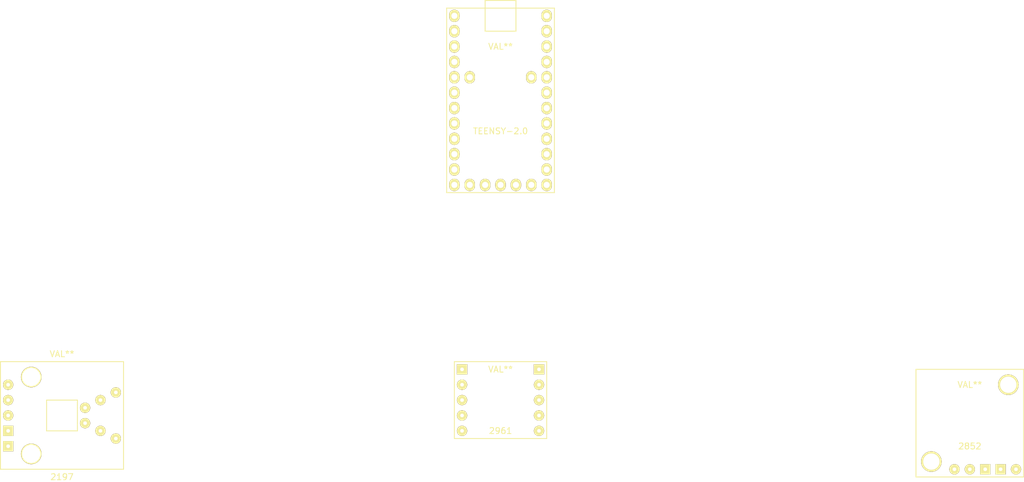
<source format=kicad_pcb>
(kicad_pcb (version 3) (host pcbnew "(2014-jan-25)-product")

  (general
    (links 0)
    (no_connects 0)
    (area 63.170999 53.010999 232.739001 133.109)
    (thickness 1.6)
    (drawings 0)
    (tracks 0)
    (zones 0)
    (modules 4)
    (nets 1)
  )

  (page A4)
  (layers
    (15 F.Cu signal)
    (0 B.Cu signal)
    (16 B.Adhes user)
    (17 F.Adhes user)
    (18 B.Paste user)
    (19 F.Paste user)
    (20 B.SilkS user)
    (21 F.SilkS user)
    (22 B.Mask user)
    (23 F.Mask user)
    (24 Dwgs.User user)
    (25 Cmts.User user)
    (26 Eco1.User user)
    (27 Eco2.User user)
    (28 Edge.Cuts user)
  )

  (setup
    (last_trace_width 0.254)
    (trace_clearance 0.254)
    (zone_clearance 0.508)
    (zone_45_only no)
    (trace_min 0.254)
    (segment_width 0.2)
    (edge_width 0.15)
    (via_size 0.889)
    (via_drill 0.635)
    (via_min_size 0.889)
    (via_min_drill 0.508)
    (uvia_size 0.508)
    (uvia_drill 0.127)
    (uvias_allowed no)
    (uvia_min_size 0.508)
    (uvia_min_drill 0.127)
    (pcb_text_width 0.3)
    (pcb_text_size 1 1)
    (mod_edge_width 0.15)
    (mod_text_size 1 1)
    (mod_text_width 0.15)
    (pad_size 1.7 1.7)
    (pad_drill 0.6)
    (pad_to_mask_clearance 0)
    (aux_axis_origin 0 0)
    (visible_elements FFFFFF7F)
    (pcbplotparams
      (layerselection 3178497)
      (usegerberextensions false)
      (excludeedgelayer true)
      (linewidth 0.150000)
      (plotframeref false)
      (viasonmask false)
      (mode 1)
      (useauxorigin false)
      (hpglpennumber 1)
      (hpglpenspeed 20)
      (hpglpendiameter 15)
      (hpglpenoverlay 2)
      (psnegative false)
      (psa4output false)
      (plotreference true)
      (plotvalue true)
      (plotothertext true)
      (plotinvisibletext false)
      (padsonsilk false)
      (subtractmaskfromsilk false)
      (outputformat 4)
      (mirror false)
      (drillshape 0)
      (scaleselection 1)
      (outputdirectory ""))
  )

  (net 0 "")

  (net_class Default "Ceci est la Netclass par défaut"
    (clearance 0.254)
    (trace_width 0.254)
    (via_dia 0.889)
    (via_drill 0.635)
    (uvia_dia 0.508)
    (uvia_drill 0.127)
  )

  (module pololu:2197 (layer F.Cu) (tedit 55E78C51) (tstamp 55E78FEE)
    (at 73.66 121.92)
    (fp_text reference 2197 (at 0 10.16) (layer F.SilkS)
      (effects (font (size 1 1) (thickness 0.15)))
    )
    (fp_text value VAL** (at 0 -10.16) (layer F.SilkS)
      (effects (font (size 1 1) (thickness 0.15)))
    )
    (fp_line (start -2.54 -2.54) (end -2.54 2.54) (layer F.SilkS) (width 0.15))
    (fp_line (start -2.54 2.54) (end 2.54 2.54) (layer F.SilkS) (width 0.15))
    (fp_line (start 2.54 2.54) (end 2.54 -2.54) (layer F.SilkS) (width 0.15))
    (fp_line (start 2.54 -2.54) (end -2.54 -2.54) (layer F.SilkS) (width 0.15))
    (fp_line (start -10.16 8.89) (end 10.16 8.89) (layer F.SilkS) (width 0.15))
    (fp_line (start 10.16 8.89) (end 10.16 -8.89) (layer F.SilkS) (width 0.15))
    (fp_line (start 10.16 -8.89) (end -10.16 -8.89) (layer F.SilkS) (width 0.15))
    (fp_line (start -10.16 -8.89) (end -10.16 8.89) (layer F.SilkS) (width 0.15))
    (pad 0 thru_hole rect (at -8.89 5.08) (size 1.7 1.7) (drill 0.6) (layers *.Cu *.Mask F.SilkS))
    (pad 1 thru_hole rect (at -8.89 2.54) (size 1.7 1.7) (drill 0.6) (layers *.Cu *.Mask F.SilkS))
    (pad 2 thru_hole circle (at -8.89 0) (size 1.7 1.7) (drill 0.6) (layers *.Cu *.Mask F.SilkS))
    (pad 3 thru_hole circle (at -8.89 -2.54) (size 1.7 1.7) (drill 0.6) (layers *.Cu *.Mask F.SilkS))
    (pad 4 thru_hole circle (at -8.89 -5.08) (size 1.7 1.7) (drill 0.6) (layers *.Cu *.Mask F.SilkS))
    (pad 5 thru_hole circle (at -5.08 -6.35) (size 3.4 3.4) (drill 3) (layers *.Cu *.Mask F.SilkS))
    (pad 6 thru_hole circle (at -5.08 6.35) (size 3.4 3.4) (drill 3) (layers *.Cu *.Mask F.SilkS))
    (pad 7 thru_hole circle (at 3.81 -1.27) (size 1.7 1.7) (drill 0.6) (layers *.Cu *.Mask F.SilkS))
    (pad 8 thru_hole circle (at 3.81 1.27) (size 1.7 1.7) (drill 0.6) (layers *.Cu *.Mask F.SilkS))
    (pad 9 thru_hole circle (at 6.35 2.54) (size 1.7 1.7) (drill 0.6) (layers *.Cu *.Mask F.SilkS))
    (pad 10 thru_hole circle (at 6.35 -2.54) (size 1.7 1.7) (drill 0.6) (layers *.Cu *.Mask F.SilkS))
    (pad 11 thru_hole circle (at 8.89 3.81) (size 1.7 1.7) (drill 0.6) (layers *.Cu *.Mask F.SilkS))
    (pad 12 thru_hole circle (at 8.89 -3.81) (size 1.7 1.7) (drill 0.6) (layers *.Cu *.Mask F.SilkS))
  )

  (module pololu:2961 (layer F.Cu) (tedit 55E78BEC) (tstamp 55E79018)
    (at 146.05 119.38)
    (fp_text reference 2961 (at 0 5.08) (layer F.SilkS)
      (effects (font (size 1 1) (thickness 0.15)))
    )
    (fp_text value VAL** (at 0 -5.08) (layer F.SilkS)
      (effects (font (size 1 1) (thickness 0.15)))
    )
    (fp_line (start -7.62 -6.35) (end -7.62 6.35) (layer F.SilkS) (width 0.15))
    (fp_line (start -7.62 6.35) (end 7.62 6.35) (layer F.SilkS) (width 0.15))
    (fp_line (start 7.62 6.35) (end 7.62 -6.35) (layer F.SilkS) (width 0.15))
    (fp_line (start 7.62 -6.35) (end -7.62 -6.35) (layer F.SilkS) (width 0.15))
    (pad 0 thru_hole rect (at -6.35 -5.08) (size 1.7 1.7) (drill 0.6) (layers *.Cu *.Mask F.SilkS))
    (pad 1 thru_hole circle (at -6.35 -2.54) (size 1.7 1.7) (drill 0.6) (layers *.Cu *.Mask F.SilkS))
    (pad 2 thru_hole circle (at -6.35 0) (size 1.7 1.7) (drill 0.6) (layers *.Cu *.Mask F.SilkS))
    (pad 3 thru_hole circle (at -6.35 2.54) (size 1.7 1.7) (drill 0.6) (layers *.Cu *.Mask F.SilkS))
    (pad 4 thru_hole circle (at -6.35 5.08) (size 1.7 1.7) (drill 0.6) (layers *.Cu *.Mask F.SilkS))
    (pad 5 thru_hole rect (at 6.35 -5.08) (size 1.7 1.7) (drill 0.6) (layers *.Cu *.Mask F.SilkS))
    (pad 6 thru_hole circle (at 6.35 -2.54) (size 1.7 1.7) (drill 0.6) (layers *.Cu *.Mask F.SilkS))
    (pad 7 thru_hole circle (at 6.35 0) (size 1.7 1.7) (drill 0.6) (layers *.Cu *.Mask F.SilkS))
    (pad 8 thru_hole circle (at 6.35 2.54) (size 1.7 1.7) (drill 0.6) (layers *.Cu *.Mask F.SilkS))
    (pad 9 thru_hole circle (at 6.35 5.08) (size 1.7 1.7) (drill 0.6) (layers *.Cu *.Mask F.SilkS))
  )

  (module pololu:2852 (layer F.Cu) (tedit 55E78BEC) (tstamp 55E79038)
    (at 223.52 123.19)
    (fp_text reference 2852 (at 0 3.81) (layer F.SilkS)
      (effects (font (size 1 1) (thickness 0.15)))
    )
    (fp_text value VAL** (at 0 -6.35) (layer F.SilkS)
      (effects (font (size 1 1) (thickness 0.15)))
    )
    (fp_line (start 8.89 8.89) (end -8.89 8.89) (layer F.SilkS) (width 0.15))
    (fp_line (start -8.89 8.89) (end -8.89 -8.89) (layer F.SilkS) (width 0.15))
    (fp_line (start -8.89 -8.89) (end 8.89 -8.89) (layer F.SilkS) (width 0.15))
    (fp_line (start 8.89 -8.89) (end 8.89 8.89) (layer F.SilkS) (width 0.15))
    (pad 0 thru_hole circle (at -2.54 7.62) (size 1.7 1.7) (drill 0.6) (layers *.Cu *.Mask F.SilkS))
    (pad 1 thru_hole circle (at 0 7.62) (size 1.7 1.7) (drill 0.6) (layers *.Cu *.Mask F.SilkS))
    (pad 2 thru_hole rect (at 2.54 7.62) (size 1.7 1.7) (drill 0.6) (layers *.Cu *.Mask F.SilkS))
    (pad 3 thru_hole rect (at 5.08 7.62) (size 1.7 1.7) (drill 0.6) (layers *.Cu *.Mask F.SilkS))
    (pad 4 thru_hole circle (at 7.62 7.62) (size 1.7 1.7) (drill 0.6) (layers *.Cu *.Mask F.SilkS))
    (pad 4 thru_hole circle (at -6.35 6.35) (size 3.4 3.4) (drill 2.7) (layers *.Cu *.Mask F.SilkS))
    (pad 5 thru_hole circle (at 6.35 -6.35) (size 3.4 3.4) (drill 2.7) (layers *.Cu *.Mask F.SilkS))
  )

  (module pololu:TEENSY-2.0 (layer F.Cu) (tedit 55E78BEC) (tstamp 55E8F87C)
    (at 146.05 71.12)
    (fp_text reference TEENSY-2.0 (at 0 3.81) (layer F.SilkS)
      (effects (font (size 1 1) (thickness 0.15)))
    )
    (fp_text value VAL** (at 0 -10.16) (layer F.SilkS)
      (effects (font (size 1 1) (thickness 0.15)))
    )
    (fp_line (start -2.54 -17.78) (end 2.54 -17.78) (layer F.SilkS) (width 0.15))
    (fp_line (start 2.54 -17.78) (end 2.54 -12.7) (layer F.SilkS) (width 0.15))
    (fp_line (start 2.54 -12.7) (end -2.54 -12.7) (layer F.SilkS) (width 0.15))
    (fp_line (start -2.54 -12.7) (end -2.54 -17.78) (layer F.SilkS) (width 0.15))
    (fp_line (start -8.89 -16.51) (end 8.89 -16.51) (layer F.SilkS) (width 0.15))
    (fp_line (start 8.89 -16.51) (end 8.89 13.97) (layer F.SilkS) (width 0.15))
    (fp_line (start 8.89 13.97) (end -8.89 13.97) (layer F.SilkS) (width 0.15))
    (fp_line (start -8.89 13.97) (end -8.89 -16.51) (layer F.SilkS) (width 0.15))
    (pad 0 thru_hole oval (at -7.62 -12.7) (size 1.7272 2.032) (drill 1.016) (layers *.Cu *.Mask F.SilkS))
    (pad 1 thru_hole oval (at -7.62 -10.16) (size 1.7272 2.032) (drill 1.016) (layers *.Cu *.Mask F.SilkS))
    (pad 2 thru_hole oval (at -7.62 -7.62) (size 1.7272 2.032) (drill 1.016) (layers *.Cu *.Mask F.SilkS))
    (pad 3 thru_hole oval (at -7.62 -5.08) (size 1.7272 2.032) (drill 1.016) (layers *.Cu *.Mask F.SilkS))
    (pad 4 thru_hole oval (at -7.62 -2.54) (size 1.7272 2.032) (drill 1.016) (layers *.Cu *.Mask F.SilkS))
    (pad 5 thru_hole oval (at -7.62 0) (size 1.7272 2.032) (drill 1.016) (layers *.Cu *.Mask F.SilkS))
    (pad 6 thru_hole oval (at -7.62 2.54) (size 1.7272 2.032) (drill 1.016) (layers *.Cu *.Mask F.SilkS))
    (pad 7 thru_hole oval (at -7.62 5.08) (size 1.7272 2.032) (drill 1.016) (layers *.Cu *.Mask F.SilkS))
    (pad 8 thru_hole oval (at -7.62 7.62) (size 1.7272 2.032) (drill 1.016) (layers *.Cu *.Mask F.SilkS))
    (pad 9 thru_hole oval (at -7.62 10.16) (size 1.7272 2.032) (drill 1.016) (layers *.Cu *.Mask F.SilkS))
    (pad 10 thru_hole oval (at -7.62 12.7) (size 1.7272 2.032) (drill 1.016) (layers *.Cu *.Mask F.SilkS))
    (pad 11 thru_hole oval (at 7.62 12.7) (size 1.7272 2.032) (drill 1.016) (layers *.Cu *.Mask F.SilkS))
    (pad 12 thru_hole oval (at 7.62 10.16) (size 1.7272 2.032) (drill 1.016) (layers *.Cu *.Mask F.SilkS))
    (pad 13 thru_hole oval (at 7.62 7.62) (size 1.7272 2.032) (drill 1.016) (layers *.Cu *.Mask F.SilkS))
    (pad 14 thru_hole oval (at 7.62 5.08) (size 1.7272 2.032) (drill 1.016) (layers *.Cu *.Mask F.SilkS))
    (pad 15 thru_hole oval (at 7.62 2.54) (size 1.7272 2.032) (drill 1.016) (layers *.Cu *.Mask F.SilkS))
    (pad 16 thru_hole oval (at 7.62 0) (size 1.7272 2.032) (drill 1.016) (layers *.Cu *.Mask F.SilkS))
    (pad 17 thru_hole oval (at 7.62 -2.54) (size 1.7272 2.032) (drill 1.016) (layers *.Cu *.Mask F.SilkS))
    (pad 18 thru_hole oval (at 7.62 -5.08) (size 1.7272 2.032) (drill 1.016) (layers *.Cu *.Mask F.SilkS))
    (pad 19 thru_hole oval (at 7.62 -7.62) (size 1.7272 2.032) (drill 1.016) (layers *.Cu *.Mask F.SilkS))
    (pad 20 thru_hole oval (at 7.62 -10.16) (size 1.7272 2.032) (drill 1.016) (layers *.Cu *.Mask F.SilkS))
    (pad 21 thru_hole oval (at 7.62 -12.7) (size 1.7272 2.032) (drill 1.016) (layers *.Cu *.Mask F.SilkS))
    (pad 22 thru_hole oval (at 5.08 12.7) (size 1.7272 2.032) (drill 1.016) (layers *.Cu *.Mask F.SilkS))
    (pad 23 thru_hole oval (at -5.08 12.7) (size 1.7272 2.032) (drill 1.016) (layers *.Cu *.Mask F.SilkS))
    (pad 29 thru_hole oval (at 2.54 12.7) (size 1.7272 2.032) (drill 1.016) (layers *.Cu *.Mask F.SilkS))
    (pad 25 thru_hole oval (at 0 12.7) (size 1.7272 2.032) (drill 1.016) (layers *.Cu *.Mask F.SilkS))
    (pad 26 thru_hole oval (at -2.54 12.7) (size 1.7272 2.032) (drill 1.016) (layers *.Cu *.Mask F.SilkS))
    (pad 27 thru_hole oval (at -7.62 -15.24) (size 1.7272 2.032) (drill 1.016) (layers *.Cu *.Mask F.SilkS))
    (pad 28 thru_hole oval (at 7.62 -15.24) (size 1.7272 2.032) (drill 1.016) (layers *.Cu *.Mask F.SilkS))
    (pad 24 thru_hole oval (at -5.08 -5.08) (size 1.7272 2.032) (drill 1.016) (layers *.Cu *.Mask F.SilkS))
    (pad 30 thru_hole oval (at 5.08 -5.08) (size 1.7272 2.032) (drill 1.016) (layers *.Cu *.Mask F.SilkS))
  )

)

</source>
